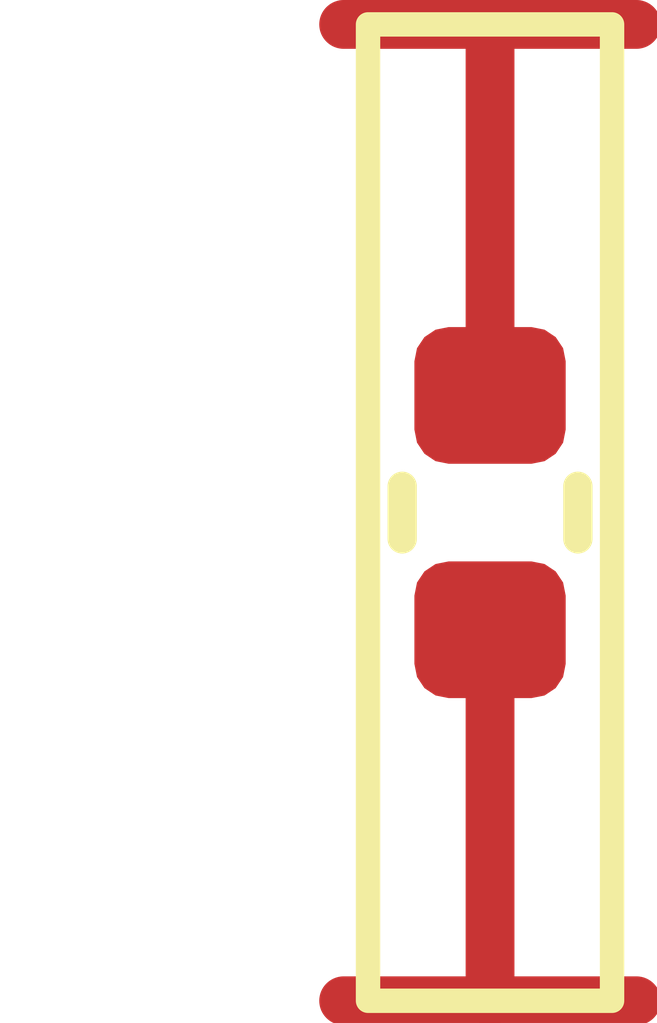
<source format=kicad_pcb>
(kicad_pcb (version 20241229) (generator "pcbnew") (generator_version "9.0")
  (layers (0 "F.Cu" signal) (2 "B.Cu" signal) (13 "F.Paste" user) (15 "B.Paste" user) (5 "F.SilkS" user "F.Silkscreen") (7 "B.SilkS" user "B.Silkscreen") (1 "F.Mask" user) (3 "B.Mask" user) (25 "Edge.Cuts" user))
  (net 0 "")
  (net 1 "GND")
  (net 2 "VDD")
  (footprint "Capacitor_SMD:C_0402_1005Metric" (layer "F.Cu") (at 0.5 2 -90)
    (property "Reference" "C" (hide yes))
    (property "Value" "0.1u")
    (fp_line (start -0.107836 0.36) (end 0.107836 0.36) (stroke (width 0.12)) (layer "F.SilkS"))
    (fp_line (start -0.107836 -0.36) (end 0.107836 -0.36) (stroke (width 0.12)) (layer "F.SilkS"))
    (pad "1" smd roundrect (at -0.48 0 270) (size 0.56 0.62) (layers "F.Cu" "F.Mask" "F.Paste") (net 1 "GND"))
    (pad "2" smd roundrect (at 0.48 0 270) (size 0.56 0.62) (layers "F.Cu" "F.Mask" "F.Paste") (net 2 "VDD"))
  )
  (gr_rect (start 0 0) (end 1 4) (stroke (width 0.1)) (fill no) (layer "F.SilkS"))
  (segment (start 1.1 0) (end 0.5 0) (width 0.2) (layer "F.Cu") (net 1))
  (segment (start 0.5 0) (end -0.1 0) (width 0.2) (layer "F.Cu") (net 1))
  (segment (start 0.5 1.52) (end 0.5 0) (width 0.2) (layer "F.Cu") (net 1))
  (segment (start 1.1 4) (end 0.5 4) (width 0.2) (layer "F.Cu") (net 2))
  (segment (start 0.5 4) (end -0.1 4) (width 0.2) (layer "F.Cu") (net 2))
  (segment (start 0.5 2.48) (end 0.5 4) (width 0.2) (layer "F.Cu") (net 2))
)
</source>
